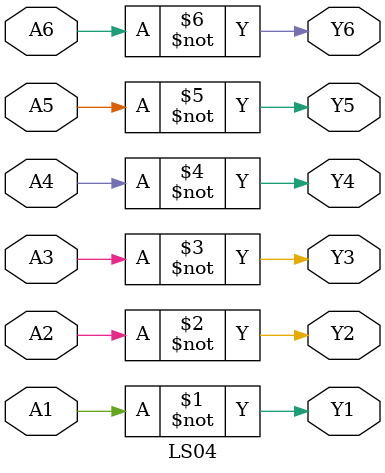
<source format=v>

module LS273(input CP, MRB, input [7:0] D, output reg [7:0] Q);
   always @(negedge MRB, posedge CP) Q <= MRB ? D : 0;
endmodule


module LS161(input CLRB,CLK,A,B,C,D,ENP,LOADB,ENT,
             output reg [0:0] QD,QC,QB,QA, output CO);

   always @(posedge CLK, negedge CLRB)
      if (~CLRB)
        {QD,QC,QB,QA} <= 5'b0;
      else if (~LOADB)
        {QD,QC,QB,QA} <= {D,C,B,A};
      else if (ENP & ENT)
        {QD,QC,QB,QA} <= {QD,QC,QB,QA} + 1'b1;

   assign CO = &{QD,QC,QB,QA,ENT};

endmodule


module LS245(input ENB,DIR, inout [7:0] A,B);

   assign A = ~ENB & ~DIR ? B : 8'bz;
   assign B = ~ENB &  DIR ? A : 8'bz;

endmodule


module LS283 (E2,B2,A2,E1,A1,B1,CIN,COUT,E4,B4,A4,E3,A3,B3);

   input A1,A2,A3,A4, B1,B2,B3,B4,CIN;
   output E1,E2,E3,E4,COUT;

   assign {COUT,E4,E3,E2,E1} = {A4,A3,A2,A1} + {B4,B3,B2,B1} + CIN;

endmodule


module LS00 (A1,B1,Y1,A2,B2,Y2,Y3,A3,B3,Y4,A4,B4);

   input A1,A2,A3,A4, B1,B2,B3,B4;
   output Y1,Y2,Y3,Y4;

   assign Y1 = ~(A1 & B1);
   assign Y2 = ~(A2 & B2);
   assign Y3 = ~(A3 & B3);
   assign Y4 = ~(A4 & B4);

endmodule


module LS32 (A1,B1,Y1,A2,B2,Y2,Y3,A3,B3,Y4,A4,B4);

   input A1,A2,A3,A4, B1,B2,B3,B4;
   output Y1,Y2,Y3,Y4;

   assign Y1 = A1 | B1;
   assign Y2 = A2 | B2;
   assign Y3 = A3 | B3;
   assign Y4 = A4 | B4;

endmodule


module LS86 (A1,B1,Y1,A2,B2,Y2,Y3,A3,B3,Y4,A4,B4);

   input A1,A2,A3,A4, B1,B2,B3,B4;
   output Y1,Y2,Y3,Y4;

   assign Y1 = A1 ^ B1;
   assign Y2 = A2 ^ B2;
   assign Y3 = A3 ^ B3;
   assign Y4 = A4 ^ B4;

endmodule


module LS138 (input A,B,C,G2A,G2B,G1,
              output Y7,Y6,Y5,Y4,Y3,Y2,Y1,Y0);

   wire [1:3] select = {C,B,A};
   wire enable = G1 & ~G2A & ~G2B;

   assign Y0 = ~(enable & (select == 0));
   assign Y1 = ~(enable & (select == 1));
   assign Y2 = ~(enable & (select == 2));
   assign Y3 = ~(enable & (select == 3));
   assign Y4 = ~(enable & (select == 4));
   assign Y5 = ~(enable & (select == 5));
   assign Y6 = ~(enable & (select == 6));
   assign Y7 = ~(enable & (select == 7));

endmodule


module LS74
  (input CLRB1, D1, CLK1, PRB1, output reg [0:0] Q1, QB1,
   input CLRB2, D2, CLK2, PRB2, output reg [0:0] Q2, QB2
   );

   always @(posedge CLK1, negedge CLRB1, negedge PRB1)
     if (!PRB1 & CLRB1) {Q1,QB1} <= 2'b10;
     else if (PRB1 & !CLRB1) {Q1,QB1} <= 2'b01;
     else if (!PRB1 & !CLRB1) {Q1,QB1} <= 2'b11;
     else {Q1,QB1} <= {D1,~D1};

   always @(posedge CLK2, negedge CLRB2, negedge PRB2)
     if (!PRB2 & CLRB2) {Q2,QB2} <= 2'b10;
     else if (PRB2 & !CLRB2) {Q2,QB2} <= 2'b01;
     else if (!PRB2 & !CLRB2) {Q2,QB2} <= 2'b11;
     else {Q2,QB2} <= {D2,~D2};

endmodule


module LS04 (A1,Y1,A2,Y2,A3,Y3,Y4,A4,Y5,A5,Y6,A6);

   input A1,A2,A3,A4,A5,A6;
   output Y1,Y2,Y3,Y4,Y5,Y6;

   assign Y1 = ~A1;
   assign Y2 = ~A2;
   assign Y3 = ~A3;
   assign Y4 = ~A4;
   assign Y5 = ~A5;
   assign Y6 = ~A6;

endmodule

</source>
